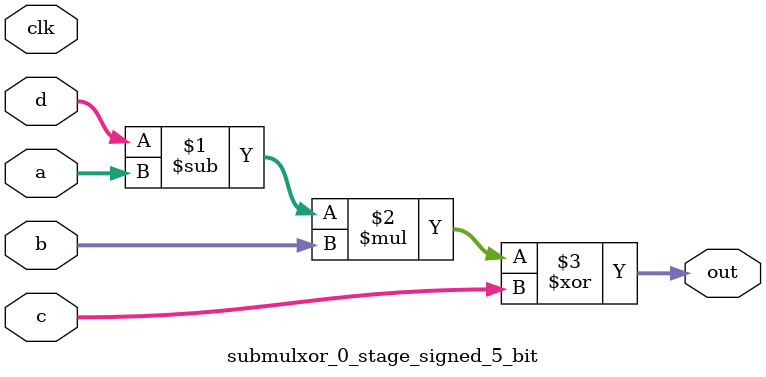
<source format=sv>
(* use_dsp = "yes" *) module submulxor_0_stage_signed_5_bit(
	input signed [4:0] a,
	input signed [4:0] b,
	input signed [4:0] c,
	input signed [4:0] d,
	output [4:0] out,
	input clk);

	assign out = ((d - a) * b) ^ c;
endmodule

</source>
